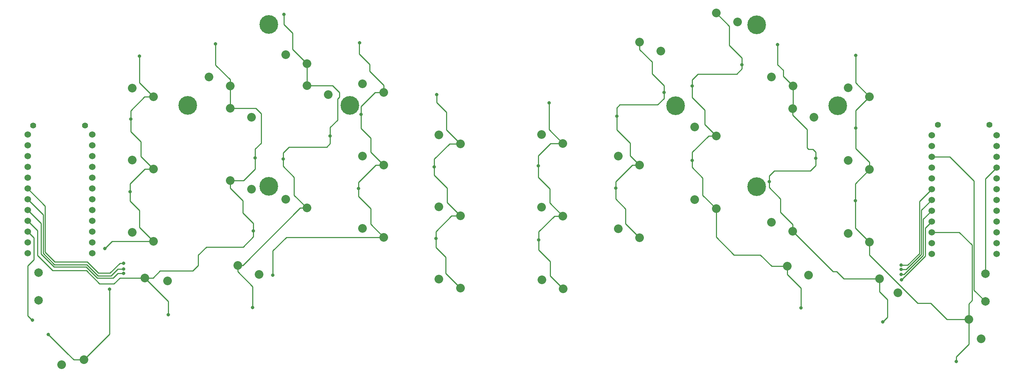
<source format=gbr>
%TF.GenerationSoftware,KiCad,Pcbnew,(6.0.5-0)*%
%TF.CreationDate,2022-07-05T16:09:48-07:00*%
%TF.ProjectId,Swept_3x5,53776570-745f-4337-9835-2e6b69636164,rev?*%
%TF.SameCoordinates,Original*%
%TF.FileFunction,Copper,L1,Top*%
%TF.FilePolarity,Positive*%
%FSLAX46Y46*%
G04 Gerber Fmt 4.6, Leading zero omitted, Abs format (unit mm)*
G04 Created by KiCad (PCBNEW (6.0.5-0)) date 2022-07-05 16:09:48*
%MOMM*%
%LPD*%
G01*
G04 APERTURE LIST*
%TA.AperFunction,ComponentPad*%
%ADD10C,1.524000*%
%TD*%
%TA.AperFunction,ComponentPad*%
%ADD11C,2.032000*%
%TD*%
%TA.AperFunction,ComponentPad*%
%ADD12C,2.000000*%
%TD*%
%TA.AperFunction,ComponentPad*%
%ADD13C,4.400000*%
%TD*%
%TA.AperFunction,ComponentPad*%
%ADD14C,1.397000*%
%TD*%
%TA.AperFunction,ViaPad*%
%ADD15C,0.800000*%
%TD*%
%TA.AperFunction,Conductor*%
%ADD16C,0.250000*%
%TD*%
G04 APERTURE END LIST*
D10*
%TO.P,U1,24,RAW*%
%TO.N,raw*%
X231160401Y-49847433D03*
%TO.P,U1,23,GND*%
%TO.N,gnd*%
X231160401Y-52387433D03*
%TO.P,U1,22,RST*%
%TO.N,reset*%
X231160401Y-54927433D03*
%TO.P,U1,21,VCC*%
%TO.N,vcc*%
X231160401Y-57467433D03*
%TO.P,U1,20,F4*%
%TO.N,col0*%
X231160401Y-60007433D03*
%TO.P,U1,19,F5*%
%TO.N,col1*%
X231160401Y-62547433D03*
%TO.P,U1,18,F6*%
%TO.N,col2*%
X231160401Y-65087433D03*
%TO.P,U1,17,F7*%
%TO.N,col3*%
X231160401Y-67627433D03*
%TO.P,U1,16,B1*%
%TO.N,col4*%
X231160401Y-70167433D03*
%TO.P,U1,15,B3*%
%TO.N,col5*%
X231160401Y-72707433D03*
%TO.P,U1,14,B2*%
%TO.N,unconnected-(U1-Pad14)*%
X231160401Y-75247433D03*
%TO.P,U1,13,B6*%
%TO.N,unconnected-(U1-Pad13)*%
X231160401Y-77787433D03*
%TO.P,U1,12,B5*%
%TO.N,unconnected-(U1-Pad12)*%
X246380401Y-77787433D03*
%TO.P,U1,11,B4*%
%TO.N,unconnected-(U1-Pad11)*%
X246380401Y-75247433D03*
%TO.P,U1,10,E6*%
%TO.N,row_3*%
X246380401Y-72707433D03*
%TO.P,U1,9,D7*%
%TO.N,row_2*%
X246380401Y-70167433D03*
%TO.P,U1,8,C6*%
%TO.N,row_1*%
X246380401Y-67627433D03*
%TO.P,U1,7,D4*%
%TO.N,row_0*%
X246380401Y-65087433D03*
%TO.P,U1,6,SCL*%
%TO.N,unconnected-(U1-Pad6)*%
X246380401Y-62547433D03*
%TO.P,U1,5,SDA*%
%TO.N,unconnected-(U1-Pad5)*%
X246380401Y-60007433D03*
%TO.P,U1,4,GND*%
%TO.N,gnd*%
X246380401Y-57467433D03*
%TO.P,U1,3,GND*%
X246380401Y-54927433D03*
%TO.P,U1,2,RX*%
%TO.N,unconnected-(U1-Pad2)*%
X246380401Y-52387433D03*
%TO.P,U1,1,TX*%
%TO.N,unconnected-(U1-Pad1)*%
X246380401Y-49847433D03*
%TD*%
D11*
%TO.P,SW16,2,2*%
%TO.N,Net-(D14-Pad2)*%
X157497201Y-71920233D03*
%TO.P,SW16,1,1*%
%TO.N,col2*%
X162497201Y-74020233D03*
%TD*%
%TO.P,SW20,2,2*%
%TO.N,Net-(D18-Pad2)*%
X202193601Y-82836833D03*
%TO.P,SW20,1,1*%
%TO.N,col3*%
X197193601Y-80736833D03*
%TD*%
%TO.P,SW15,2,2*%
%TO.N,Net-(D13-Pad2)*%
X139539401Y-83934433D03*
%TO.P,SW15,1,1*%
%TO.N,col1*%
X144539401Y-86034433D03*
%TD*%
%TO.P,SW21,2,2*%
%TO.N,Net-(D19-Pad2)*%
X223199743Y-86978210D03*
%TO.P,SW21,1,1*%
%TO.N,col4*%
X218913633Y-83655671D03*
%TD*%
%TO.P,SW17,2,2*%
%TO.N,Net-(D15-Pad2)*%
X175505801Y-65036833D03*
%TO.P,SW17,1,1*%
%TO.N,col3*%
X180505801Y-67136833D03*
%TD*%
%TO.P,SW18,2,2*%
%TO.N,Net-(D16-Pad2)*%
X193514401Y-70396233D03*
%TO.P,SW18,1,1*%
%TO.N,col4*%
X198514401Y-72496233D03*
%TD*%
%TO.P,SW4,2,2*%
%TO.N,Net-(D2-Pad2)*%
X167522601Y-30081033D03*
%TO.P,SW4,1,1*%
%TO.N,col2*%
X162522601Y-27981033D03*
%TD*%
%TO.P,SW3,2,2*%
%TO.N,Net-(D1-Pad2)*%
X139514001Y-49720633D03*
%TO.P,SW3,1,1*%
%TO.N,col1*%
X144514001Y-51820633D03*
%TD*%
%TO.P,SW9,2,2*%
%TO.N,Net-(D7-Pad2)*%
X139514001Y-66814833D03*
%TO.P,SW9,1,1*%
%TO.N,col1*%
X144514001Y-68914833D03*
%TD*%
%TO.P,SW12,2,2*%
%TO.N,Net-(D10-Pad2)*%
X203514401Y-45676633D03*
%TO.P,SW12,1,1*%
%TO.N,col4*%
X198514401Y-43576633D03*
%TD*%
%TO.P,SW11,2,2*%
%TO.N,Net-(D9-Pad2)*%
X175505801Y-47917233D03*
%TO.P,SW11,1,1*%
%TO.N,col3*%
X180505801Y-50017233D03*
%TD*%
%TO.P,SW6,2,2*%
%TO.N,Net-(D4-Pad2)*%
X193539801Y-36157033D03*
%TO.P,SW6,1,1*%
%TO.N,col4*%
X198539801Y-38257033D03*
%TD*%
%TO.P,SW5,2,2*%
%TO.N,Net-(D3-Pad2)*%
X185531201Y-23223033D03*
%TO.P,SW5,1,1*%
%TO.N,col3*%
X180531201Y-21123033D03*
%TD*%
D12*
%TO.P,RSW1,2,2*%
%TO.N,reset*%
X243751801Y-88997833D03*
%TO.P,RSW1,1,1*%
%TO.N,gnd*%
X243751801Y-82497833D03*
%TD*%
D11*
%TO.P,SW10,2,2*%
%TO.N,Net-(D8-Pad2)*%
X157497201Y-54800633D03*
%TO.P,SW10,1,1*%
%TO.N,col2*%
X162497201Y-56900633D03*
%TD*%
D13*
%TO.P,REF\u002A\u002A,1*%
%TO.N,N/C*%
X190022601Y-61983433D03*
X190022601Y-23883433D03*
X170972601Y-42933433D03*
X209072601Y-42933433D03*
%TD*%
D10*
%TO.P,U2,1,TX*%
%TO.N,unconnected-(U2-Pad1)*%
X33942000Y-49722800D03*
%TO.P,U2,2,RX*%
%TO.N,unconnected-(U2-Pad2)*%
X33942000Y-52262800D03*
%TO.P,U2,3,GND*%
%TO.N,gnd_r*%
X33942000Y-54802800D03*
%TO.P,U2,4,GND*%
X33942000Y-57342800D03*
%TO.P,U2,5,SDA*%
%TO.N,unconnected-(U2-Pad5)*%
X33942000Y-59882800D03*
%TO.P,U2,6,SCL*%
%TO.N,unconnected-(U2-Pad6)*%
X33942000Y-62422800D03*
%TO.P,U2,7,D4*%
%TO.N,row_0r*%
X33942000Y-64962800D03*
%TO.P,U2,8,C6*%
%TO.N,row_1r*%
X33942000Y-67502800D03*
%TO.P,U2,9,D7*%
%TO.N,row_2r*%
X33942000Y-70042800D03*
%TO.P,U2,10,E6*%
%TO.N,row_3r*%
X33942000Y-72582800D03*
%TO.P,U2,11,B4*%
%TO.N,unconnected-(U2-Pad11)*%
X33942000Y-75122800D03*
%TO.P,U2,12,B5*%
%TO.N,unconnected-(U2-Pad12)*%
X33942000Y-77662800D03*
%TO.P,U2,13,B6*%
%TO.N,unconnected-(U2-Pad13)*%
X18722000Y-77662800D03*
%TO.P,U2,14,B2*%
%TO.N,unconnected-(U2-Pad14)*%
X18722000Y-75122800D03*
%TO.P,U2,15,B3*%
%TO.N,col5r*%
X18722000Y-72582800D03*
%TO.P,U2,16,B1*%
%TO.N,col4r*%
X18722000Y-70042800D03*
%TO.P,U2,17,F7*%
%TO.N,col3r*%
X18722000Y-67502800D03*
%TO.P,U2,18,F6*%
%TO.N,col2r*%
X18722000Y-64962800D03*
%TO.P,U2,19,F5*%
%TO.N,col1r*%
X18722000Y-62422800D03*
%TO.P,U2,20,F4*%
%TO.N,col0r*%
X18722000Y-59882800D03*
%TO.P,U2,21,VCC*%
%TO.N,vcc_r*%
X18722000Y-57342800D03*
%TO.P,U2,22,RST*%
%TO.N,reset_r*%
X18722000Y-54802800D03*
%TO.P,U2,23,GND*%
%TO.N,gnd_r*%
X18722000Y-52262800D03*
%TO.P,U2,24,RAW*%
%TO.N,raw_r*%
X18722000Y-49722800D03*
%TD*%
D11*
%TO.P,SW17_r1,1,1*%
%TO.N,col3r*%
X84378800Y-67012400D03*
%TO.P,SW17_r1,2,2*%
%TO.N,Net-(Dr15-Pad2)*%
X79378800Y-64912400D03*
%TD*%
%TO.P,SW11_r1,1,1*%
%TO.N,col3r*%
X84353400Y-38219800D03*
%TO.P,SW11_r1,2,2*%
%TO.N,Net-(Dr9-Pad2)*%
X89353400Y-40319800D03*
%TD*%
%TO.P,SW15_r1,1,1*%
%TO.N,col1r*%
X120396000Y-85859200D03*
%TO.P,SW15_r1,2,2*%
%TO.N,Net-(Dr13-Pad2)*%
X115396000Y-83759200D03*
%TD*%
%TO.P,SW18_r1,1,1*%
%TO.N,col4r*%
X66344800Y-60521000D03*
%TO.P,SW18_r1,2,2*%
%TO.N,Net-(Dr16-Pad2)*%
X71344800Y-62621000D03*
%TD*%
%TO.P,SW6_r1,1,1*%
%TO.N,col4r*%
X66344800Y-38259600D03*
%TO.P,SW6_r1,2,2*%
%TO.N,Net-(Dr4-Pad2)*%
X61344800Y-36159600D03*
%TD*%
%TO.P,SW5_r1,1,1*%
%TO.N,col3r*%
X84378800Y-33001800D03*
%TO.P,SW5_r1,2,2*%
%TO.N,Net-(Dr3-Pad2)*%
X79378800Y-30901800D03*
%TD*%
%TO.P,SW16_r1,1,1*%
%TO.N,col2r*%
X102412800Y-73895800D03*
%TO.P,SW16_r1,2,2*%
%TO.N,Net-(Dr14-Pad2)*%
X97412800Y-71795800D03*
%TD*%
%TO.P,SW4_r1,1,1*%
%TO.N,col2r*%
X102387400Y-39834400D03*
%TO.P,SW4_r1,2,2*%
%TO.N,Net-(Dr2-Pad2)*%
X97387400Y-37734400D03*
%TD*%
%TO.P,SW13_r1,1,1*%
%TO.N,col5r*%
X48336200Y-57843000D03*
%TO.P,SW13_r1,2,2*%
%TO.N,Net-(Dr11-Pad2)*%
X43336200Y-55743000D03*
%TD*%
%TO.P,SW12_r1,1,1*%
%TO.N,col4r*%
X66344800Y-43528400D03*
%TO.P,SW12_r1,2,2*%
%TO.N,Net-(Dr10-Pad2)*%
X71344800Y-45628400D03*
%TD*%
%TO.P,SW3_r1,1,1*%
%TO.N,col1r*%
X120396000Y-51874000D03*
%TO.P,SW3_r1,2,2*%
%TO.N,Net-(Dr1-Pad2)*%
X115396000Y-49774000D03*
%TD*%
%TO.P,SW21_r1,1,1*%
%TO.N,col4r*%
X46250368Y-83455038D03*
%TO.P,SW21_r1,2,2*%
%TO.N,Net-(Dr19-Pad2)*%
X51623517Y-84189387D03*
%TD*%
%TO.P,SW9_r1,1,1*%
%TO.N,col1r*%
X120396000Y-68866600D03*
%TO.P,SW9_r1,2,2*%
%TO.N,Net-(Dr7-Pad2)*%
X115396000Y-66766600D03*
%TD*%
%TO.P,SW20_r1,1,1*%
%TO.N,col3r*%
X68072000Y-80510800D03*
%TO.P,SW20_r1,2,2*%
%TO.N,Net-(Dr18-Pad2)*%
X73072000Y-82610800D03*
%TD*%
%TO.P,SW7_r1,1,1*%
%TO.N,col5r*%
X48336200Y-40850400D03*
%TO.P,SW7_r1,2,2*%
%TO.N,Net-(Dr5-Pad2)*%
X43336200Y-38750400D03*
%TD*%
D13*
%TO.P,REF\u002A\u002A,1*%
%TO.N,N/C*%
X94407400Y-42878400D03*
X56307400Y-42878400D03*
X75357400Y-61928400D03*
X75357400Y-23828400D03*
%TD*%
D12*
%TO.P,RSW2,1,1*%
%TO.N,gnd_r*%
X21285200Y-88721000D03*
%TO.P,RSW2,2,2*%
%TO.N,reset_r*%
X21285200Y-82221000D03*
%TD*%
D11*
%TO.P,SW13,2,2*%
%TO.N,Net-(D11-Pad2)*%
X211548401Y-55842033D03*
%TO.P,SW13,1,1*%
%TO.N,col5*%
X216548401Y-57942033D03*
%TD*%
%TO.P,SW22,2,2*%
%TO.N,Net-(D20-Pad2)*%
X242762752Y-97796537D03*
%TO.P,SW22,1,1*%
%TO.N,col5*%
X239871502Y-93208436D03*
%TD*%
%TO.P,SW19,2,2*%
%TO.N,Net-(D17-Pad2)*%
X211548401Y-72961633D03*
%TO.P,SW19,1,1*%
%TO.N,col5*%
X216548401Y-75061633D03*
%TD*%
%TO.P,SW19_r1,1,1*%
%TO.N,col5r*%
X48310800Y-74861000D03*
%TO.P,SW19_r1,2,2*%
%TO.N,Net-(Dr17-Pad2)*%
X43310800Y-72761000D03*
%TD*%
D14*
%TO.P,Bat+1,1,1*%
%TO.N,BT+*%
X232575801Y-47393833D03*
%TD*%
D11*
%TO.P,SW10_r1,1,1*%
%TO.N,col2r*%
X102387400Y-56877800D03*
%TO.P,SW10_r1,2,2*%
%TO.N,Net-(Dr8-Pad2)*%
X97387400Y-54777800D03*
%TD*%
%TO.P,SW22_r1,1,1*%
%TO.N,col5r*%
X31968637Y-102744927D03*
%TO.P,SW22_r1,2,2*%
%TO.N,Net-(Dr20-Pad2)*%
X26668366Y-103892590D03*
%TD*%
D14*
%TO.P,BatGND1,1,1*%
%TO.N,gnd*%
X244717001Y-47444633D03*
%TD*%
%TO.P,Bat+r1,1,1*%
%TO.N,BT+_r*%
X20040600Y-47574200D03*
%TD*%
D11*
%TO.P,SW7,2,2*%
%TO.N,Net-(D5-Pad2)*%
X211548401Y-38722433D03*
%TO.P,SW7,1,1*%
%TO.N,col5*%
X216548401Y-40822433D03*
%TD*%
D14*
%TO.P,BatGND4,1,1*%
%TO.N,gnd_r*%
X32207200Y-47625000D03*
%TD*%
D15*
%TO.N,col1*%
X223939801Y-80481130D03*
X138824401Y-74495633D03*
X138697401Y-57071233D03*
X141237401Y-42237633D03*
%TO.N,col2*%
X223939801Y-81480633D03*
X156909201Y-62303633D03*
X157137801Y-45361833D03*
X168237601Y-39799233D03*
%TO.N,col3*%
X174841601Y-38275233D03*
X186576401Y-33271433D03*
X174892401Y-55775833D03*
X223990601Y-82649033D03*
X200444801Y-90548433D03*
%TO.N,col4*%
X194907601Y-28547033D03*
X224041401Y-83919033D03*
X203924601Y-55318633D03*
X219672601Y-93825033D03*
X192977201Y-60779633D03*
%TO.N,col5*%
X213195601Y-65300833D03*
X213297201Y-48155833D03*
X213271801Y-31061633D03*
X236919201Y-103121433D03*
%TO.N,col1r*%
X114249200Y-57327800D03*
X114808000Y-40335200D03*
X114655600Y-74168000D03*
X41249600Y-80010000D03*
%TO.N,col2r*%
X96494600Y-62382400D03*
X97104200Y-44983400D03*
X96723200Y-28092400D03*
X41249600Y-81356200D03*
X76327000Y-82854800D03*
%TO.N,col3r*%
X89814400Y-50063400D03*
X71602600Y-90398600D03*
X78968600Y-21463000D03*
X41249600Y-82397600D03*
X78765400Y-55448200D03*
%TO.N,col4r*%
X51790600Y-92100400D03*
X72212200Y-55194200D03*
X62865000Y-28371800D03*
X71729600Y-72440800D03*
%TO.N,col5r*%
X37973000Y-86131400D03*
X42976800Y-46075600D03*
X23571200Y-96748600D03*
X42773600Y-63169800D03*
X36906200Y-76530200D03*
X45008800Y-31267400D03*
X19837400Y-93370400D03*
%TD*%
D16*
%TO.N,gnd*%
X243751801Y-82497833D02*
X243751801Y-60096033D01*
X243751801Y-60096033D02*
X246380401Y-57467433D01*
%TO.N,reset*%
X241110201Y-60627233D02*
X241110201Y-86356233D01*
X241110201Y-86356233D02*
X243751801Y-88997833D01*
X231160401Y-54927433D02*
X235410401Y-54927433D01*
X235410401Y-54927433D02*
X241110201Y-60627233D01*
%TO.N,col1*%
X138697401Y-57071233D02*
X138697401Y-54709033D01*
X138697401Y-59814433D02*
X138697401Y-57071233D01*
X141585801Y-51820633D02*
X144514001Y-51820633D01*
X141491401Y-79575633D02*
X138824401Y-76908633D01*
X142500201Y-68914833D02*
X144514001Y-68914833D01*
X225523504Y-80481130D02*
X228280841Y-77723793D01*
X144514001Y-68914833D02*
X141389801Y-65790633D01*
X144539401Y-86034433D02*
X141491401Y-82986433D01*
X138824401Y-76908633D02*
X138824401Y-74495633D01*
X138824401Y-72590633D02*
X142500201Y-68914833D01*
X223939801Y-80481130D02*
X225523504Y-80481130D01*
X228280841Y-77723793D02*
X228280841Y-65426993D01*
X144514001Y-51820633D02*
X141237401Y-48544033D01*
X141389801Y-65790633D02*
X141389801Y-62506833D01*
X138697401Y-54709033D02*
X141585801Y-51820633D01*
X228280841Y-65426993D02*
X231160401Y-62547433D01*
X141491401Y-82986433D02*
X141491401Y-79575633D01*
X141237401Y-48544033D02*
X141237401Y-42237633D01*
X141389801Y-62506833D02*
X138697401Y-59814433D01*
X138824401Y-74495633D02*
X138824401Y-72590633D01*
%TO.N,col2*%
X157874401Y-42694833D02*
X166764401Y-42694833D01*
X165443601Y-35405033D02*
X165443601Y-32636433D01*
X160813601Y-56900633D02*
X162497201Y-56900633D01*
X157137801Y-43431433D02*
X157874401Y-42694833D01*
X162497201Y-56900633D02*
X160312801Y-54716233D01*
X156909201Y-62303633D02*
X156909201Y-60805033D01*
X228730361Y-67517473D02*
X231160401Y-65087433D01*
X157137801Y-45361833D02*
X157137801Y-43431433D01*
X162497201Y-74020233D02*
X159220601Y-70743633D01*
X165443601Y-32636433D02*
X162522601Y-29715433D01*
X168237601Y-38199033D02*
X165443601Y-35405033D01*
X168237601Y-39799233D02*
X168237601Y-38199033D01*
X225183683Y-81480633D02*
X228730361Y-77933955D01*
X159220601Y-70743633D02*
X159220601Y-67205833D01*
X228730361Y-77933955D02*
X228730361Y-67517473D01*
X162522601Y-29715433D02*
X162522601Y-27981033D01*
X157137801Y-48587633D02*
X157137801Y-45361833D01*
X156909201Y-64894433D02*
X156909201Y-62303633D01*
X160312801Y-51762633D02*
X157137801Y-48587633D01*
X156909201Y-60805033D02*
X160813601Y-56900633D01*
X168237601Y-41221633D02*
X168237601Y-39799233D01*
X160312801Y-54716233D02*
X160312801Y-51762633D01*
X159220601Y-67205833D02*
X156909201Y-64894433D01*
X223939801Y-81480633D02*
X225183683Y-81480633D01*
X166764401Y-42694833D02*
X168237601Y-41221633D01*
%TO.N,col3*%
X177864201Y-47375633D02*
X177864201Y-43990233D01*
X197193601Y-82649033D02*
X200444801Y-85900233D01*
X223990601Y-82649033D02*
X224651001Y-82649033D01*
X185331801Y-35455833D02*
X186576401Y-34211233D01*
X229179881Y-69607953D02*
X231160401Y-67627433D01*
X186576401Y-31645833D02*
X183630001Y-28699433D01*
X229179881Y-78120153D02*
X229179881Y-69607953D01*
X183630001Y-28699433D02*
X183630001Y-24221833D01*
X174841601Y-40967633D02*
X174841601Y-38275233D01*
X200444801Y-85900233D02*
X200444801Y-90548433D01*
X186576401Y-33271433D02*
X186576401Y-31645833D01*
X174892401Y-57452233D02*
X174892401Y-55775833D01*
X177356201Y-63987233D02*
X177356201Y-59916033D01*
X186576401Y-34211233D02*
X186576401Y-33271433D01*
X190894401Y-78051633D02*
X193579601Y-80736833D01*
X193579601Y-80736833D02*
X197193601Y-80736833D01*
X180505801Y-67136833D02*
X177356201Y-63987233D01*
X178771401Y-50017233D02*
X180505801Y-50017233D01*
X224651001Y-82649033D02*
X229179881Y-78120153D01*
X180505801Y-67136833D02*
X180505801Y-73835233D01*
X180505801Y-73835233D02*
X184722201Y-78051633D01*
X174892401Y-55775833D02*
X174892401Y-53896233D01*
X184722201Y-78051633D02*
X190894401Y-78051633D01*
X180505801Y-50017233D02*
X177864201Y-47375633D01*
X174892401Y-53896233D02*
X178771401Y-50017233D01*
X177356201Y-59916033D02*
X174892401Y-57452233D01*
X197193601Y-80736833D02*
X197193601Y-82649033D01*
X183630001Y-24221833D02*
X180531201Y-21123033D01*
X174841601Y-36878233D02*
X176264001Y-35455833D01*
X177864201Y-43990233D02*
X174841601Y-40967633D01*
X174841601Y-38275233D02*
X174841601Y-36878233D01*
X176264001Y-35455833D02*
X185331801Y-35455833D01*
%TO.N,col4*%
X218913633Y-83655671D02*
X218913633Y-86690665D01*
X203924601Y-55318633D02*
X203924601Y-56995033D01*
X194145601Y-58239633D02*
X192977201Y-59408033D01*
X192977201Y-60779633D02*
X192977201Y-62176633D01*
X202680001Y-58239633D02*
X194145601Y-58239633D01*
X207956001Y-81937833D02*
X208801401Y-81937833D01*
X198514401Y-43576633D02*
X198514401Y-45133233D01*
X198514401Y-45133233D02*
X201918001Y-48536833D01*
X218913633Y-86690665D02*
X220790201Y-88567233D01*
X198539801Y-38257033D02*
X196279201Y-35996433D01*
X194907601Y-33195233D02*
X194907601Y-28547033D01*
X198514401Y-72496233D02*
X207956001Y-81937833D01*
X203924601Y-53845433D02*
X203924601Y-55318633D01*
X208801401Y-81937833D02*
X210519239Y-83655671D01*
X196279201Y-35379633D02*
X196279201Y-34566833D01*
X203238801Y-53159633D02*
X203924601Y-53845433D01*
X198514401Y-70838033D02*
X198514401Y-72496233D01*
X201918001Y-52829433D02*
X202248201Y-53159633D01*
X201918001Y-48536833D02*
X201918001Y-52829433D01*
X210519239Y-83655671D02*
X218913633Y-83655671D01*
X229629401Y-78331033D02*
X229629401Y-71698433D01*
X194958401Y-33246033D02*
X194907601Y-33195233D01*
X192977201Y-59408033D02*
X192977201Y-60779633D01*
X224041401Y-83919033D02*
X229629401Y-78331033D01*
X198539801Y-43551233D02*
X198514401Y-43576633D01*
X196279201Y-34566833D02*
X194958401Y-33246033D01*
X192977201Y-62176633D02*
X195644201Y-64843633D01*
X229629401Y-71698433D02*
X231160401Y-70167433D01*
X220790201Y-92707433D02*
X219672601Y-93825033D01*
X220790201Y-88567233D02*
X220790201Y-92707433D01*
X198539801Y-38257033D02*
X198539801Y-43551233D01*
X203924601Y-56995033D02*
X202680001Y-58239633D01*
X195644201Y-67967833D02*
X198514401Y-70838033D01*
X195644201Y-64843633D02*
X195644201Y-67967833D01*
X196279201Y-35996433D02*
X196279201Y-35379633D01*
X202248201Y-53159633D02*
X203238801Y-53159633D01*
%TO.N,col5*%
X216548401Y-56233033D02*
X216548401Y-57942033D01*
X216548401Y-40822433D02*
X213271801Y-37545833D01*
X216548401Y-40822433D02*
X213297201Y-44073633D01*
X213297201Y-48155833D02*
X213297201Y-52981833D01*
X240660681Y-75714833D02*
X240660681Y-88762753D01*
X216548401Y-57942033D02*
X213195601Y-61294833D01*
X213271801Y-36268633D02*
X213271801Y-31061633D01*
X216548401Y-78102433D02*
X227851401Y-89405433D01*
X227851401Y-89405433D02*
X230924801Y-89405433D01*
X240660681Y-88762753D02*
X239871502Y-89551932D01*
X231160401Y-72707433D02*
X237653281Y-72707433D01*
X234727804Y-93208436D02*
X239871502Y-93208436D01*
X216548401Y-75061633D02*
X216548401Y-78102433D01*
X239871502Y-89551932D02*
X239871502Y-93208436D01*
X213297201Y-44073633D02*
X213297201Y-48155833D01*
X237757401Y-101165633D02*
X236919201Y-102003833D01*
X213195601Y-65300833D02*
X213195601Y-71708833D01*
X213195601Y-71708833D02*
X216548401Y-75061633D01*
X239871502Y-99051532D02*
X237757401Y-101165633D01*
X236919201Y-102003833D02*
X236919201Y-103121433D01*
X239871502Y-93208436D02*
X239871502Y-99051532D01*
X213271801Y-37545833D02*
X213271801Y-36268633D01*
X213297201Y-52981833D02*
X216548401Y-56233033D01*
X237653281Y-72707433D02*
X240660681Y-75714833D01*
X230924801Y-89405433D02*
X234727804Y-93208436D01*
X213195601Y-61294833D02*
X213195601Y-65300833D01*
%TO.N,col1r*%
X114249200Y-57327800D02*
X114249200Y-59283600D01*
X114655600Y-72542400D02*
X114655600Y-74168000D01*
X114249200Y-59283600D02*
X117271800Y-62306200D01*
X38074600Y-82346800D02*
X35382200Y-82346800D01*
X117119400Y-44475400D02*
X115011200Y-42367200D01*
X22834600Y-66535400D02*
X18722000Y-62422800D01*
X22834600Y-77419200D02*
X22834600Y-66535400D01*
X118331400Y-68866600D02*
X114655600Y-72542400D01*
X117271800Y-65742400D02*
X120396000Y-68866600D01*
X120396000Y-51874000D02*
X117119400Y-48597400D01*
X114249200Y-55499000D02*
X114249200Y-57327800D01*
X114808000Y-42164000D02*
X114808000Y-40335200D01*
X116941600Y-78613000D02*
X116941600Y-82404800D01*
X117874200Y-51874000D02*
X114249200Y-55499000D01*
X41249600Y-80010000D02*
X40411400Y-80010000D01*
X117271800Y-62306200D02*
X117271800Y-65742400D01*
X120396000Y-51874000D02*
X117874200Y-51874000D01*
X32740600Y-79705200D02*
X25120600Y-79705200D01*
X116941600Y-82404800D02*
X120396000Y-85859200D01*
X117119400Y-48597400D02*
X117119400Y-47269400D01*
X115011200Y-42367200D02*
X114808000Y-42164000D01*
X25120600Y-79705200D02*
X22834600Y-77419200D01*
X35382200Y-82346800D02*
X32740600Y-79705200D01*
X117119400Y-47269400D02*
X117119400Y-44475400D01*
X40411400Y-80010000D02*
X38074600Y-82346800D01*
X114655600Y-76327000D02*
X116941600Y-78613000D01*
X114655600Y-74168000D02*
X114655600Y-76327000D01*
X120396000Y-68866600D02*
X118331400Y-68866600D01*
%TO.N,col2r*%
X99085400Y-33197800D02*
X96672400Y-30784800D01*
X96494600Y-60960000D02*
X96494600Y-62382400D01*
X96494600Y-62382400D02*
X96494600Y-64312800D01*
X96494600Y-64312800D02*
X99339400Y-67157600D01*
X102387400Y-38150800D02*
X99085400Y-34848800D01*
X76352400Y-82829400D02*
X76352400Y-77089000D01*
X76352400Y-77089000D02*
X79545600Y-73895800D01*
X102387400Y-39834400D02*
X102387400Y-38150800D01*
X100399000Y-39834400D02*
X97104200Y-43129200D01*
X99339400Y-67157600D02*
X99339400Y-70822400D01*
X39928800Y-81356200D02*
X38277800Y-83007200D01*
X97104200Y-43129200D02*
X97104200Y-44983400D01*
X102387400Y-56877800D02*
X100576800Y-56877800D01*
X97104200Y-44983400D02*
X97104200Y-48310800D01*
X32613600Y-80340200D02*
X25044400Y-80340200D01*
X99364800Y-50571400D02*
X99364800Y-53855200D01*
X25044400Y-80340200D02*
X22377400Y-77673200D01*
X38277800Y-83007200D02*
X35280600Y-83007200D01*
X35280600Y-83007200D02*
X32613600Y-80340200D01*
X99364800Y-53855200D02*
X102387400Y-56877800D01*
X100576800Y-56877800D02*
X96494600Y-60960000D01*
X97104200Y-48310800D02*
X99364800Y-50571400D01*
X96672400Y-30784800D02*
X96672400Y-28143200D01*
X102387400Y-39834400D02*
X100399000Y-39834400D01*
X41249600Y-81356200D02*
X39928800Y-81356200D01*
X99339400Y-70822400D02*
X102412800Y-73895800D01*
X79545600Y-73895800D02*
X102412800Y-73895800D01*
X96672400Y-28143200D02*
X96723200Y-28092400D01*
X76327000Y-82854800D02*
X76352400Y-82829400D01*
X99085400Y-34848800D02*
X99085400Y-33197800D01*
X22377400Y-77673200D02*
X22377400Y-68618200D01*
X22377400Y-68618200D02*
X18722000Y-64962800D01*
%TO.N,col3r*%
X69298400Y-80510800D02*
X68072000Y-80510800D01*
X81356200Y-59766200D02*
X81356200Y-63989800D01*
X32486600Y-80873600D02*
X24892000Y-80873600D01*
X38853599Y-83489800D02*
X35102800Y-83489800D01*
X81000600Y-29623600D02*
X81000600Y-28194000D01*
X39945799Y-82397600D02*
X38853599Y-83489800D01*
X90416800Y-38219800D02*
X91973400Y-39776400D01*
X89814400Y-48031400D02*
X89814400Y-50063400D01*
X78765400Y-54000400D02*
X78765400Y-55448200D01*
X24892000Y-80873600D02*
X21869400Y-77851000D01*
X78765400Y-57175400D02*
X81356200Y-59766200D01*
X91973400Y-39776400D02*
X91973400Y-40868600D01*
X21869400Y-77851000D02*
X21869400Y-70650200D01*
X68072000Y-81965800D02*
X71602600Y-85496400D01*
X71602600Y-85496400D02*
X71602600Y-90398600D01*
X35102800Y-83489800D02*
X32486600Y-80873600D01*
X89814400Y-50063400D02*
X89814400Y-51841400D01*
X41249600Y-82397600D02*
X39945799Y-82397600D01*
X84378800Y-67012400D02*
X82796800Y-67012400D01*
X79070200Y-23901400D02*
X78968600Y-23799800D01*
X81000600Y-25831800D02*
X79070200Y-23901400D01*
X84353400Y-38219800D02*
X90416800Y-38219800D01*
X91541600Y-46304200D02*
X89814400Y-48031400D01*
X78765400Y-55448200D02*
X78765400Y-57175400D01*
X81356200Y-63989800D02*
X84378800Y-67012400D01*
X84378800Y-33001800D02*
X81000600Y-29623600D01*
X81000600Y-28194000D02*
X81000600Y-25831800D01*
X82796800Y-67012400D02*
X69298400Y-80510800D01*
X89814400Y-51841400D02*
X89001600Y-52654200D01*
X84378800Y-38194400D02*
X84353400Y-38219800D01*
X84378800Y-33001800D02*
X84378800Y-38194400D01*
X91973400Y-40868600D02*
X91541600Y-41300400D01*
X21869400Y-70650200D02*
X18722000Y-67502800D01*
X89001600Y-52654200D02*
X80111600Y-52654200D01*
X91541600Y-41300400D02*
X91541600Y-46304200D01*
X68072000Y-80510800D02*
X68072000Y-81965800D01*
X78968600Y-23799800D02*
X78968600Y-21463000D01*
X80111600Y-52654200D02*
X78765400Y-54000400D01*
%TO.N,col4r*%
X72212200Y-55194200D02*
X72212200Y-57810400D01*
X72212200Y-57810400D02*
X69501600Y-60521000D01*
X46250368Y-83455038D02*
X51790600Y-88995270D01*
X66344800Y-36779200D02*
X63068200Y-33502600D01*
X21005800Y-72326600D02*
X18722000Y-70042800D01*
X72212200Y-53136800D02*
X72212200Y-55194200D01*
X71729600Y-72440800D02*
X71729600Y-73787000D01*
X24561800Y-81737200D02*
X21005800Y-78181200D01*
X66344800Y-38259600D02*
X66344800Y-36779200D01*
X60731400Y-76174600D02*
X58826400Y-78079600D01*
X57531000Y-81838800D02*
X49834800Y-81838800D01*
X69342000Y-76174600D02*
X60731400Y-76174600D01*
X48218562Y-83455038D02*
X46250368Y-83455038D01*
X66344800Y-62306200D02*
X69291200Y-65252600D01*
X69291200Y-68148200D02*
X71729600Y-70586600D01*
X38989000Y-84861400D02*
X35636200Y-84861400D01*
X71729600Y-70586600D02*
X71729600Y-72440800D01*
X73609200Y-51739800D02*
X72212200Y-53136800D01*
X63068200Y-33502600D02*
X62890400Y-33324800D01*
X58826400Y-78079600D02*
X58826400Y-80543400D01*
X32512000Y-81737200D02*
X24561800Y-81737200D01*
X62890400Y-30226000D02*
X62890400Y-28397200D01*
X69291200Y-65252600D02*
X69291200Y-68148200D01*
X66344800Y-38259600D02*
X66344800Y-43528400D01*
X62890400Y-28397200D02*
X62865000Y-28371800D01*
X58826400Y-80543400D02*
X57531000Y-81838800D01*
X73609200Y-44831000D02*
X73609200Y-51739800D01*
X62890400Y-33324800D02*
X62890400Y-30226000D01*
X72306600Y-43528400D02*
X73609200Y-44831000D01*
X69501600Y-60521000D02*
X66344800Y-60521000D01*
X46250368Y-83455038D02*
X40395362Y-83455038D01*
X66344800Y-43528400D02*
X72306600Y-43528400D01*
X40395362Y-83455038D02*
X38989000Y-84861400D01*
X35636200Y-84861400D02*
X32512000Y-81737200D01*
X49834800Y-81838800D02*
X48218562Y-83455038D01*
X51790600Y-88995270D02*
X51790600Y-92100400D01*
X21005800Y-78181200D02*
X21005800Y-72326600D01*
X66344800Y-60521000D02*
X66344800Y-62306200D01*
X71729600Y-73787000D02*
X69342000Y-76174600D01*
%TO.N,col5r*%
X19837400Y-93370400D02*
X19761200Y-93370400D01*
X28067000Y-101244400D02*
X23571200Y-96748600D01*
X45364400Y-51409600D02*
X45364400Y-54871200D01*
X44983400Y-37497600D02*
X44983400Y-36322000D01*
X46271600Y-57843000D02*
X42773600Y-61341000D01*
X48336200Y-40850400D02*
X44983400Y-37497600D01*
X44983400Y-31292800D02*
X45008800Y-31267400D01*
X42773600Y-63169800D02*
X42773600Y-65354200D01*
X44983400Y-36322000D02*
X44983400Y-31292800D01*
X37973000Y-86131400D02*
X37973000Y-96740564D01*
X20167600Y-79197200D02*
X20167600Y-74028400D01*
X18770600Y-92379800D02*
X18770600Y-80594200D01*
X42773600Y-61341000D02*
X42773600Y-63169800D01*
X19761200Y-93370400D02*
X18770600Y-92379800D01*
X48336200Y-40850400D02*
X46220800Y-40850400D01*
X18770600Y-80594200D02*
X20167600Y-79197200D01*
X38575400Y-74861000D02*
X36906200Y-76530200D01*
X45008800Y-71559000D02*
X48310800Y-74861000D01*
X42976800Y-49022000D02*
X45364400Y-51409600D01*
X48336200Y-57843000D02*
X46271600Y-57843000D01*
X48310800Y-74861000D02*
X38575400Y-74861000D01*
X46220800Y-40850400D02*
X42976800Y-44094400D01*
X31968637Y-102744927D02*
X29567527Y-102744927D01*
X42773600Y-65354200D02*
X45008800Y-67589400D01*
X45364400Y-54871200D02*
X48336200Y-57843000D01*
X37973000Y-96740564D02*
X31968637Y-102744927D01*
X45008800Y-67589400D02*
X45008800Y-71559000D01*
X29567527Y-102744927D02*
X28067000Y-101244400D01*
X42976800Y-44094400D02*
X42976800Y-46075600D01*
X42976800Y-46075600D02*
X42976800Y-49022000D01*
X20167600Y-74028400D02*
X18722000Y-72582800D01*
%TD*%
M02*

</source>
